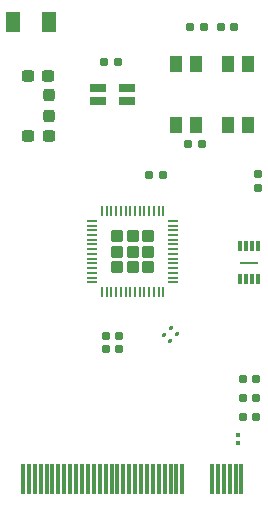
<source format=gbr>
%TF.GenerationSoftware,KiCad,Pcbnew,9.0.0*%
%TF.CreationDate,2025-02-28T21:47:31+01:00*%
%TF.ProjectId,ESP32S3_M.2_Board,45535033-3253-4335-9f4d-2e325f426f61,rev?*%
%TF.SameCoordinates,Original*%
%TF.FileFunction,Paste,Top*%
%TF.FilePolarity,Positive*%
%FSLAX46Y46*%
G04 Gerber Fmt 4.6, Leading zero omitted, Abs format (unit mm)*
G04 Created by KiCad (PCBNEW 9.0.0) date 2025-02-28 21:47:31*
%MOMM*%
%LPD*%
G01*
G04 APERTURE LIST*
G04 Aperture macros list*
%AMRoundRect*
0 Rectangle with rounded corners*
0 $1 Rounding radius*
0 $2 $3 $4 $5 $6 $7 $8 $9 X,Y pos of 4 corners*
0 Add a 4 corners polygon primitive as box body*
4,1,4,$2,$3,$4,$5,$6,$7,$8,$9,$2,$3,0*
0 Add four circle primitives for the rounded corners*
1,1,$1+$1,$2,$3*
1,1,$1+$1,$4,$5*
1,1,$1+$1,$6,$7*
1,1,$1+$1,$8,$9*
0 Add four rect primitives between the rounded corners*
20,1,$1+$1,$2,$3,$4,$5,0*
20,1,$1+$1,$4,$5,$6,$7,0*
20,1,$1+$1,$6,$7,$8,$9,0*
20,1,$1+$1,$8,$9,$2,$3,0*%
G04 Aperture macros list end*
%ADD10R,1.340000X0.700000*%
%ADD11R,0.300000X0.900000*%
%ADD12R,1.650000X0.250000*%
%ADD13RoundRect,0.160000X0.160000X-0.197500X0.160000X0.197500X-0.160000X0.197500X-0.160000X-0.197500X0*%
%ADD14RoundRect,0.155000X-0.212500X-0.155000X0.212500X-0.155000X0.212500X0.155000X-0.212500X0.155000X0*%
%ADD15RoundRect,0.079500X-0.127279X-0.014849X-0.014849X-0.127279X0.127279X0.014849X0.014849X0.127279X0*%
%ADD16RoundRect,0.237500X0.237500X-0.287500X0.237500X0.287500X-0.237500X0.287500X-0.237500X-0.287500X0*%
%ADD17RoundRect,0.250000X-0.285000X-0.285000X0.285000X-0.285000X0.285000X0.285000X-0.285000X0.285000X0*%
%ADD18RoundRect,0.050000X-0.350000X-0.050000X0.350000X-0.050000X0.350000X0.050000X-0.350000X0.050000X0*%
%ADD19RoundRect,0.050000X-0.050000X-0.350000X0.050000X-0.350000X0.050000X0.350000X-0.050000X0.350000X0*%
%ADD20RoundRect,0.237500X0.300000X0.237500X-0.300000X0.237500X-0.300000X-0.237500X0.300000X-0.237500X0*%
%ADD21RoundRect,0.155000X0.212500X0.155000X-0.212500X0.155000X-0.212500X-0.155000X0.212500X-0.155000X0*%
%ADD22RoundRect,0.155000X-0.155000X0.212500X-0.155000X-0.212500X0.155000X-0.212500X0.155000X0.212500X0*%
%ADD23R,1.000000X1.450000*%
%ADD24R,1.150000X1.800000*%
%ADD25RoundRect,0.079500X0.100500X-0.079500X0.100500X0.079500X-0.100500X0.079500X-0.100500X-0.079500X0*%
%ADD26R,0.350000X2.500000*%
%ADD27RoundRect,0.160000X0.197500X0.160000X-0.197500X0.160000X-0.197500X-0.160000X0.197500X-0.160000X0*%
G04 APERTURE END LIST*
D10*
%TO.C,LED1*%
X225990000Y-98750000D03*
X225990000Y-99850000D03*
X228460000Y-99850000D03*
X228460000Y-98750000D03*
%TD*%
D11*
%TO.C,U4*%
X238040000Y-114910000D03*
X238540000Y-114910000D03*
X239040000Y-114910000D03*
X239540000Y-114910000D03*
X239540000Y-112110000D03*
X239040000Y-112110000D03*
X238540000Y-112110000D03*
X238040000Y-112110000D03*
D12*
X238790000Y-113510000D03*
%TD*%
D13*
%TO.C,R5*%
X239550000Y-107197500D03*
X239550000Y-106002500D03*
%TD*%
D14*
%TO.C,C16*%
X230340000Y-106075000D03*
X231475000Y-106075000D03*
%TD*%
D15*
%TO.C,R3*%
X231606048Y-119656048D03*
X232093952Y-120143952D03*
%TD*%
D16*
%TO.C,L3*%
X221875000Y-101075000D03*
X221875000Y-99325000D03*
%TD*%
D17*
%TO.C,U3*%
X227605000Y-111250000D03*
X227605000Y-112580000D03*
X227605000Y-113910000D03*
X228935000Y-111250000D03*
X228935000Y-112580000D03*
X228935000Y-113910000D03*
X230265000Y-111250000D03*
X230265000Y-112580000D03*
X230265000Y-113910000D03*
D18*
X225485000Y-109980000D03*
X225485000Y-110380000D03*
X225485000Y-110780000D03*
X225485000Y-111180000D03*
X225485000Y-111580000D03*
X225485000Y-111980000D03*
X225485000Y-112380000D03*
X225485000Y-112780000D03*
X225485000Y-113180000D03*
X225485000Y-113580000D03*
X225485000Y-113980000D03*
X225485000Y-114380000D03*
X225485000Y-114780000D03*
X225485000Y-115180000D03*
D19*
X226335000Y-116030000D03*
X226735000Y-116030000D03*
X227135000Y-116030000D03*
X227535000Y-116030000D03*
X227935000Y-116030000D03*
X228335000Y-116030000D03*
X228735000Y-116030000D03*
X229135000Y-116030000D03*
X229535000Y-116030000D03*
X229935000Y-116030000D03*
X230335000Y-116030000D03*
X230735000Y-116030000D03*
X231135000Y-116030000D03*
X231535000Y-116030000D03*
D18*
X232385000Y-115180000D03*
X232385000Y-114780000D03*
X232385000Y-114380000D03*
X232385000Y-113980000D03*
X232385000Y-113580000D03*
X232385000Y-113180000D03*
X232385000Y-112780000D03*
X232385000Y-112380000D03*
X232385000Y-111980000D03*
X232385000Y-111580000D03*
X232385000Y-111180000D03*
X232385000Y-110780000D03*
X232385000Y-110380000D03*
X232385000Y-109980000D03*
D19*
X231535000Y-109130000D03*
X231135000Y-109130000D03*
X230735000Y-109130000D03*
X230335000Y-109130000D03*
X229935000Y-109130000D03*
X229535000Y-109130000D03*
X229135000Y-109130000D03*
X228735000Y-109130000D03*
X228335000Y-109130000D03*
X227935000Y-109130000D03*
X227535000Y-109130000D03*
X227135000Y-109130000D03*
X226735000Y-109130000D03*
X226335000Y-109130000D03*
%TD*%
D20*
%TO.C,C15*%
X221812500Y-97675000D03*
X220087500Y-97675000D03*
%TD*%
D21*
%TO.C,C23*%
X227667500Y-96550000D03*
X226532500Y-96550000D03*
%TD*%
D22*
%TO.C,C18*%
X226650000Y-119707500D03*
X226650000Y-120842500D03*
%TD*%
D23*
%TO.C,RST1*%
X232625000Y-101825000D03*
X232625000Y-96675000D03*
X234325000Y-101825000D03*
X234325000Y-96675000D03*
%TD*%
D14*
%TO.C,C2*%
X238282500Y-126575000D03*
X239417500Y-126575000D03*
%TD*%
D20*
%TO.C,C12*%
X221837500Y-102825000D03*
X220112500Y-102825000D03*
%TD*%
D24*
%TO.C,ANT1*%
X221825000Y-93150000D03*
X218825000Y-93150000D03*
%TD*%
D22*
%TO.C,C11*%
X227800000Y-119707500D03*
X227800000Y-120842500D03*
%TD*%
D14*
%TO.C,C1*%
X238290000Y-123375000D03*
X239425000Y-123375000D03*
%TD*%
D15*
%TO.C,R4*%
X232206048Y-119056048D03*
X232693952Y-119543952D03*
%TD*%
D25*
%TO.C,JP1*%
X237900000Y-128795000D03*
X237900000Y-128105000D03*
%TD*%
D14*
%TO.C,C3*%
X238290000Y-124975000D03*
X239425000Y-124975000D03*
%TD*%
D26*
%TO.C,J2*%
X238150000Y-131850000D03*
X237650000Y-131850000D03*
X237150000Y-131850000D03*
X236650000Y-131850000D03*
X236150000Y-131850000D03*
X235650000Y-131850000D03*
X233150000Y-131850000D03*
X232650000Y-131850000D03*
X232150000Y-131850000D03*
X231650000Y-131850000D03*
X231150000Y-131850000D03*
X230650000Y-131850000D03*
X230150000Y-131850000D03*
X229650000Y-131850000D03*
X229150000Y-131850000D03*
X228650000Y-131850000D03*
X228150000Y-131850000D03*
X227650000Y-131850000D03*
X227150000Y-131850000D03*
X226650000Y-131850000D03*
X226150000Y-131850000D03*
X225650000Y-131850000D03*
X225150000Y-131850000D03*
X224650000Y-131850000D03*
X224150000Y-131850000D03*
X223650000Y-131850000D03*
X223150000Y-131850000D03*
X222650000Y-131850000D03*
X222150000Y-131850000D03*
X221650000Y-131850000D03*
X221150000Y-131850000D03*
X220650000Y-131850000D03*
X220150000Y-131850000D03*
X219650000Y-131850000D03*
%TD*%
D27*
%TO.C,R10*%
X234797500Y-103450000D03*
X233602500Y-103450000D03*
%TD*%
D21*
%TO.C,C25*%
X234967500Y-93525000D03*
X233832500Y-93525000D03*
%TD*%
D14*
%TO.C,C26*%
X236382500Y-93525000D03*
X237517500Y-93525000D03*
%TD*%
D23*
%TO.C,BOOT1*%
X238700000Y-96675000D03*
X238700000Y-101825000D03*
X237000000Y-96675000D03*
X237000000Y-101825000D03*
%TD*%
M02*

</source>
